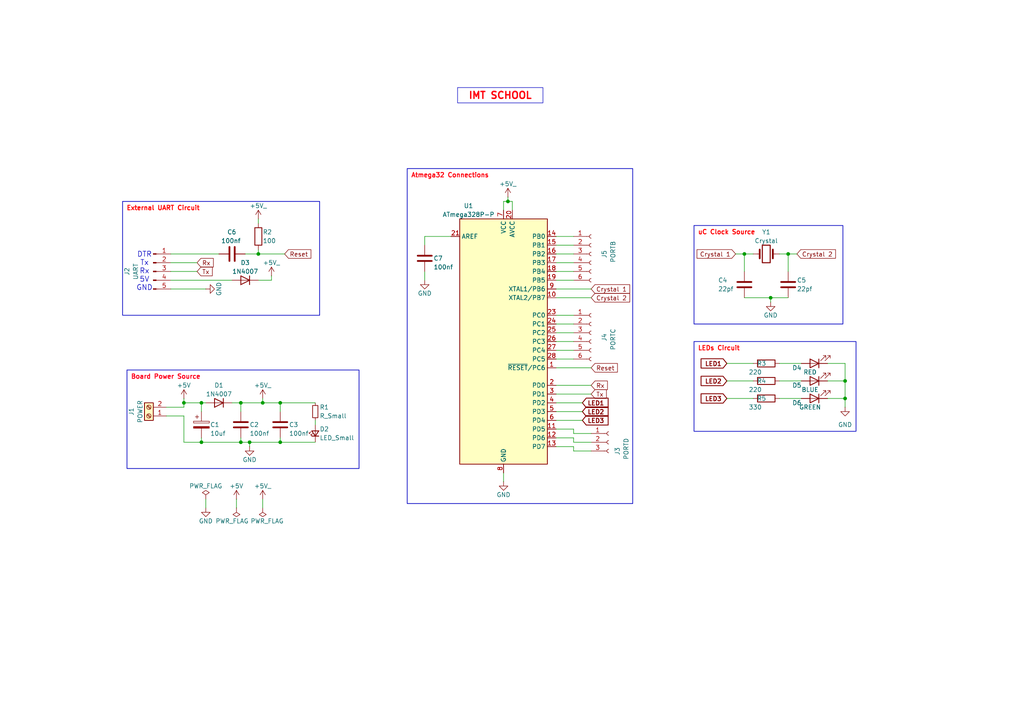
<source format=kicad_sch>
(kicad_sch (version 20231120) (generator "eeschema") (generator_version "8.0")
  (paper "A4")
  (title_block (title "Atmega32 based Board Circuit") (date "2024-12-10") (rev "1.0") (company "IMT SCHOOL"))
  (lib_symbols
    (symbol "Connector:Conn_01x03_Socket" (pin_names (offset 1.016) hide)
      (property "Reference" "J" (at 0 5.08 0))
      (property "Value" "Conn_01x03_Socket" (at 0 -5.08 0))
      (symbol "Conn_01x03_Socket_1_1"
        (arc (start 0 -2.032) (mid -0.5058 -2.54) (end 0 -3.048) (stroke (width 0.1524)))
        (polyline (pts (xy -1.27 -2.54) (xy -0.508 -2.54)) (stroke (width 0.1524)))
        (polyline (pts (xy -1.27 0) (xy -0.508 0)) (stroke (width 0.1524)))
        (polyline (pts (xy -1.27 2.54) (xy -0.508 2.54)) (stroke (width 0.1524)))
        (arc (start 0 0.508) (mid -0.5058 0) (end 0 -0.508) (stroke (width 0.1524)))
        (arc (start 0 3.048) (mid -0.5058 2.54) (end 0 2.032) (stroke (width 0.1524)))
        (pin passive line (at -5.08 2.54 0) (length 3.81) (name "Pin_1") (number "1"))
        (pin passive line (at -5.08 0 0) (length 3.81) (name "Pin_2") (number "2"))
        (pin passive line (at -5.08 -2.54 0) (length 3.81) (name "Pin_3") (number "3"))
      )
    )
    (symbol "Connector:Conn_01x05_Pin" (pin_names (offset 1.016) hide)
      (property "Reference" "J" (at 0 7.62 0))
      (property "Value" "Conn_01x05_Pin" (at 0 -7.62 0))
      (symbol "Conn_01x05_Pin_1_1"
        (polyline (pts (xy 1.27 -5.08) (xy 0.8636 -5.08)) (stroke (width 0.1524)))
        (polyline (pts (xy 1.27 -2.54) (xy 0.8636 -2.54)) (stroke (width 0.1524)))
        (polyline (pts (xy 1.27 0) (xy 0.8636 0)) (stroke (width 0.1524)))
        (polyline (pts (xy 1.27 2.54) (xy 0.8636 2.54)) (stroke (width 0.1524)))
        (polyline (pts (xy 1.27 5.08) (xy 0.8636 5.08)) (stroke (width 0.1524)))
        (rectangle (start 0.8636 -4.953) (end 0 -5.207) (stroke (width 0.1524)) (fill (type outline)))
        (rectangle (start 0.8636 -2.413) (end 0 -2.667) (stroke (width 0.1524)) (fill (type outline)))
        (rectangle (start 0.8636 0.127) (end 0 -0.127) (stroke (width 0.1524)) (fill (type outline)))
        (rectangle (start 0.8636 2.667) (end 0 2.413) (stroke (width 0.1524)) (fill (type outline)))
        (rectangle (start 0.8636 5.207) (end 0 4.953) (stroke (width 0.1524)) (fill (type outline)))
        (pin passive line (at 5.08 5.08 180) (length 3.81) (name "Pin_1") (number "1"))
        (pin passive line (at 5.08 2.54 180) (length 3.81) (name "Pin_2") (number "2"))
        (pin passive line (at 5.08 0 180) (length 3.81) (name "Pin_3") (number "3"))
        (pin passive line (at 5.08 -2.54 180) (length 3.81) (name "Pin_4") (number "4"))
        (pin passive line (at 5.08 -5.08 180) (length 3.81) (name "Pin_5") (number "5"))
      )
    )
    (symbol "Connector:Conn_01x06_Socket" (pin_names (offset 1.016) hide)
      (property "Reference" "J" (at 0 7.62 0))
      (property "Value" "Conn_01x06_Socket" (at 0 -10.16 0))
      (symbol "Conn_01x06_Socket_1_1"
        (arc (start 0 -7.112) (mid -0.5058 -7.62) (end 0 -8.128) (stroke (width 0.1524)))
        (arc (start 0 -4.572) (mid -0.5058 -5.08) (end 0 -5.588) (stroke (width 0.1524)))
        (arc (start 0 -2.032) (mid -0.5058 -2.54) (end 0 -3.048) (stroke (width 0.1524)))
        (polyline (pts (xy -1.27 -7.62) (xy -0.508 -7.62)) (stroke (width 0.1524)))
        (polyline (pts (xy -1.27 -5.08) (xy -0.508 -5.08)) (stroke (width 0.1524)))
        (polyline (pts (xy -1.27 -2.54) (xy -0.508 -2.54)) (stroke (width 0.1524)))
        (polyline (pts (xy -1.27 0) (xy -0.508 0)) (stroke (width 0.1524)))
        (polyline (pts (xy -1.27 2.54) (xy -0.508 2.54)) (stroke (width 0.1524)))
        (polyline (pts (xy -1.27 5.08) (xy -0.508 5.08)) (stroke (width 0.1524)))
        (arc (start 0 0.508) (mid -0.5058 0) (end 0 -0.508) (stroke (width 0.1524)))
        (arc (start 0 3.048) (mid -0.5058 2.54) (end 0 2.032) (stroke (width 0.1524)))
        (arc (start 0 5.588) (mid -0.5058 5.08) (end 0 4.572) (stroke (width 0.1524)))
        (pin passive line (at -5.08 5.08 0) (length 3.81) (name "Pin_1") (number "1"))
        (pin passive line (at -5.08 2.54 0) (length 3.81) (name "Pin_2") (number "2"))
        (pin passive line (at -5.08 0 0) (length 3.81) (name "Pin_3") (number "3"))
        (pin passive line (at -5.08 -2.54 0) (length 3.81) (name "Pin_4") (number "4"))
        (pin passive line (at -5.08 -5.08 0) (length 3.81) (name "Pin_5") (number "5"))
        (pin passive line (at -5.08 -7.62 0) (length 3.81) (name "Pin_6") (number "6"))
      )
    )
    (symbol "Connector:Screw_Terminal_01x02" (pin_names (offset 1.016) hide)
      (property "Reference" "J" (at 0 2.54 0))
      (property "Value" "Screw_Terminal_01x02" (at 0 -5.08 0))
      (symbol "Screw_Terminal_01x02_1_1"
        (rectangle (start -1.27 1.27) (end 1.27 -3.81) (stroke (width 0.254)) (fill (type background)))
        (circle (center 0 -2.54) (radius 0.635) (stroke (width 0.1524)))
        (polyline (pts (xy -0.5334 -2.2098) (xy 0.3302 -3.048)) (stroke (width 0.1524)))
        (polyline (pts (xy -0.5334 0.3302) (xy 0.3302 -0.508)) (stroke (width 0.1524)))
        (polyline (pts (xy -0.3556 -2.032) (xy 0.508 -2.8702)) (stroke (width 0.1524)))
        (polyline (pts (xy -0.3556 0.508) (xy 0.508 -0.3302)) (stroke (width 0.1524)))
        (circle (center 0 0) (radius 0.635) (stroke (width 0.1524)))
        (pin passive line (at -5.08 0 0) (length 3.81) (name "Pin_1") (number "1"))
        (pin passive line (at -5.08 -2.54 0) (length 3.81) (name "Pin_2") (number "2"))
      )
    )
    (symbol "Device:C" (pin_numbers hide) (pin_names (offset 0.254))
      (property "Reference" "C" (at 0.635 2.54 0))
      (property "Value" "C" (at 0.635 -2.54 0))
      (symbol "C_0_1"
        (polyline (pts (xy -2.032 -0.762) (xy 2.032 -0.762)) (stroke (width 0.508)))
        (polyline (pts (xy -2.032 0.762) (xy 2.032 0.762)) (stroke (width 0.508)))
      )
      (symbol "C_1_1"
        (pin passive line (at 0 3.81 270) (length 2.794) (name "~") (number "1"))
        (pin passive line (at 0 -3.81 90) (length 2.794) (name "~") (number "2"))
      )
    )
    (symbol "Device:C_Polarized" (pin_numbers hide) (pin_names (offset 0.254))
      (property "Reference" "C" (at 0.635 2.54 0))
      (property "Value" "C_Polarized" (at 0.635 -2.54 0))
      (symbol "C_Polarized_0_1"
        (rectangle (start -2.286 0.508) (end 2.286 1.016))
        (polyline (pts (xy -1.778 2.286) (xy -0.762 2.286)))
        (polyline (pts (xy -1.27 2.794) (xy -1.27 1.778)))
        (rectangle (start 2.286 -0.508) (end -2.286 -1.016) (fill (type outline)))
      )
      (symbol "C_Polarized_1_1"
        (pin passive line (at 0 3.81 270) (length 2.794) (name "~") (number "1"))
        (pin passive line (at 0 -3.81 90) (length 2.794) (name "~") (number "2"))
      )
    )
    (symbol "Device:Crystal" (pin_numbers hide) (pin_names (offset 1.016) hide)
      (property "Reference" "Y" (at 0 3.81 0))
      (property "Value" "Crystal" (at 0 -3.81 0))
      (symbol "Crystal_0_1"
        (rectangle (start -1.143 2.54) (end 1.143 -2.54) (stroke (width 0.3048)))
        (polyline (pts (xy -2.54 0) (xy -1.905 0)))
        (polyline (pts (xy -1.905 -1.27) (xy -1.905 1.27)) (stroke (width 0.508)))
        (polyline (pts (xy 1.905 -1.27) (xy 1.905 1.27)) (stroke (width 0.508)))
        (polyline (pts (xy 2.54 0) (xy 1.905 0)))
      )
      (symbol "Crystal_1_1"
        (pin passive line (at -3.81 0 0) (length 1.27) (name "1") (number "1"))
        (pin passive line (at 3.81 0 180) (length 1.27) (name "2") (number "2"))
      )
    )
    (symbol "Device:LED" (pin_numbers hide) (pin_names (offset 1.016) hide)
      (property "Reference" "D" (at 0 2.54 0))
      (property "Value" "LED" (at 0 -2.54 0))
      (symbol "LED_0_1"
        (polyline (pts (xy -1.27 -1.27) (xy -1.27 1.27)) (stroke (width 0.254)))
        (polyline (pts (xy -1.27 0) (xy 1.27 0)))
        (polyline (pts (xy 1.27 -1.27) (xy 1.27 1.27) (xy -1.27 0) (xy 1.27 -1.27)) (stroke (width 0.254)))
        (polyline (pts (xy -3.048 -0.762) (xy -4.572 -2.286) (xy -3.81 -2.286) (xy -4.572 -2.286) (xy -4.572 -1.524)))
        (polyline (pts (xy -1.778 -0.762) (xy -3.302 -2.286) (xy -2.54 -2.286) (xy -3.302 -2.286) (xy -3.302 -1.524)))
      )
      (symbol "LED_1_1"
        (pin passive line (at -3.81 0 0) (length 2.54) (name "K") (number "1"))
        (pin passive line (at 3.81 0 180) (length 2.54) (name "A") (number "2"))
      )
    )
    (symbol "Device:LED_Small" (pin_numbers hide) (pin_names (offset 0.254) hide)
      (property "Reference" "D" (at -1.27 3.175 0))
      (property "Value" "LED_Small" (at -4.445 -2.54 0))
      (symbol "LED_Small_0_1"
        (polyline (pts (xy -0.762 -1.016) (xy -0.762 1.016)) (stroke (width 0.254)))
        (polyline (pts (xy 1.016 0) (xy -0.762 0)))
        (polyline (pts (xy 0.762 -1.016) (xy -0.762 0) (xy 0.762 1.016) (xy 0.762 -1.016)) (stroke (width 0.254)))
        (polyline (pts (xy 0 0.762) (xy -0.508 1.27) (xy -0.254 1.27) (xy -0.508 1.27) (xy -0.508 1.016)))
        (polyline (pts (xy 0.508 1.27) (xy 0 1.778) (xy 0.254 1.778) (xy 0 1.778) (xy 0 1.524)))
      )
      (symbol "LED_Small_1_1"
        (pin passive line (at -2.54 0 0) (length 1.778) (name "K") (number "1"))
        (pin passive line (at 2.54 0 180) (length 1.778) (name "A") (number "2"))
      )
    )
    (symbol "Device:R" (pin_numbers hide) (pin_names (offset 0))
      (property "Reference" "R" (at 2.032 0 90))
      (property "Value" "R" (at 0 0 90))
      (symbol "R_0_1"
        (rectangle (start -1.016 -2.54) (end 1.016 2.54) (stroke (width 0.254)))
      )
      (symbol "R_1_1"
        (pin passive line (at 0 3.81 270) (length 1.27) (name "~") (number "1"))
        (pin passive line (at 0 -3.81 90) (length 1.27) (name "~") (number "2"))
      )
    )
    (symbol "Device:R_Small" (pin_numbers hide) (pin_names (offset 0.254) hide)
      (property "Reference" "R" (at 0.762 0.508 0))
      (property "Value" "R_Small" (at 0.762 -1.016 0))
      (symbol "R_Small_0_1"
        (rectangle (start -0.762 1.778) (end 0.762 -1.778) (stroke (width 0.2032)))
      )
      (symbol "R_Small_1_1"
        (pin passive line (at 0 2.54 270) (length 0.762) (name "~") (number "1"))
        (pin passive line (at 0 -2.54 90) (length 0.762) (name "~") (number "2"))
      )
    )
    (symbol "Diode:1N4007" (pin_numbers hide) (pin_names hide)
      (property "Reference" "D" (at 0 2.54 0))
      (property "Value" "1N4007" (at 0 -2.54 0))
      (symbol "1N4007_0_1"
        (polyline (pts (xy -1.27 1.27) (xy -1.27 -1.27)) (stroke (width 0.254)))
        (polyline (pts (xy 1.27 0) (xy -1.27 0)))
        (polyline (pts (xy 1.27 1.27) (xy 1.27 -1.27) (xy -1.27 0) (xy 1.27 1.27)) (stroke (width 0.254)))
      )
      (symbol "1N4007_1_1"
        (pin passive line (at -3.81 0 0) (length 2.54) (name "K") (number "1"))
        (pin passive line (at 3.81 0 180) (length 2.54) (name "A") (number "2"))
      )
    )
    (symbol "MCU_Microchip_ATmega:ATmega328P-P"
      (property "Reference" "U" (at -12.7 36.83 0))
      (property "Value" "ATmega328P-P" (at 2.54 -36.83 0))
      (symbol "ATmega328P-P_0_1"
        (rectangle (start -12.7 -35.56) (end 12.7 35.56) (stroke (width 0.254)) (fill (type background)))
      )
      (symbol "ATmega328P-P_1_1"
        (pin bidirectional line (at 15.24 -7.62 180) (length 2.54) (name "~{RESET}/PC6") (number "1"))
        (pin bidirectional line (at 15.24 12.7 180) (length 2.54) (name "XTAL2/PB7") (number "10"))
        (pin bidirectional line (at 15.24 -25.4 180) (length 2.54) (name "PD5") (number "11"))
        (pin bidirectional line (at 15.24 -27.94 180) (length 2.54) (name "PD6") (number "12"))
        (pin bidirectional line (at 15.24 -30.48 180) (length 2.54) (name "PD7") (number "13"))
        (pin bidirectional line (at 15.24 30.48 180) (length 2.54) (name "PB0") (number "14"))
        (pin bidirectional line (at 15.24 27.94 180) (length 2.54) (name "PB1") (number "15"))
        (pin bidirectional line (at 15.24 25.4 180) (length 2.54) (name "PB2") (number "16"))
        (pin bidirectional line (at 15.24 22.86 180) (length 2.54) (name "PB3") (number "17"))
        (pin bidirectional line (at 15.24 20.32 180) (length 2.54) (name "PB4") (number "18"))
        (pin bidirectional line (at 15.24 17.78 180) (length 2.54) (name "PB5") (number "19"))
        (pin bidirectional line (at 15.24 -12.7 180) (length 2.54) (name "PD0") (number "2"))
        (pin power_in line (at 2.54 38.1 270) (length 2.54) (name "AVCC") (number "20"))
        (pin passive line (at -15.24 30.48 0) (length 2.54) (name "AREF") (number "21"))
        (pin passive line (at 0 -38.1 90) (length 2.54) hide (name "GND") (number "22"))
        (pin bidirectional line (at 15.24 7.62 180) (length 2.54) (name "PC0") (number "23"))
        (pin bidirectional line (at 15.24 5.08 180) (length 2.54) (name "PC1") (number "24"))
        (pin bidirectional line (at 15.24 2.54 180) (length 2.54) (name "PC2") (number "25"))
        (pin bidirectional line (at 15.24 0 180) (length 2.54) (name "PC3") (number "26"))
        (pin bidirectional line (at 15.24 -2.54 180) (length 2.54) (name "PC4") (number "27"))
        (pin bidirectional line (at 15.24 -5.08 180) (length 2.54) (name "PC5") (number "28"))
        (pin bidirectional line (at 15.24 -15.24 180) (length 2.54) (name "PD1") (number "3"))
        (pin bidirectional line (at 15.24 -17.78 180) (length 2.54) (name "PD2") (number "4"))
        (pin bidirectional line (at 15.24 -20.32 180) (length 2.54) (name "PD3") (number "5"))
        (pin bidirectional line (at 15.24 -22.86 180) (length 2.54) (name "PD4") (number "6"))
        (pin power_in line (at 0 38.1 270) (length 2.54) (name "VCC") (number "7"))
        (pin power_in line (at 0 -38.1 90) (length 2.54) (name "GND") (number "8"))
        (pin bidirectional line (at 15.24 15.24 180) (length 2.54) (name "XTAL1/PB6") (number "9"))
      )
    )
    (symbol "power:+5V" (power) (pin_numbers hide) (pin_names (offset 0) hide)
      (property "Value" "+5V" (at 0 3.556 0))
      (symbol "+5V_0_1"
        (polyline (pts (xy -0.762 1.27) (xy 0 2.54)))
        (polyline (pts (xy 0 0) (xy 0 2.54)))
        (polyline (pts (xy 0 2.54) (xy 0.762 1.27)))
      )
      (symbol "+5V_1_1"
        (pin power_in line (at 0 0 90) (length 0) (name "~") (number "1"))
      )
    )
    (symbol "power:GND" (power) (pin_numbers hide) (pin_names (offset 0) hide)
      (property "Value" "GND" (at 0 -3.81 0))
      (symbol "GND_0_1"
        (polyline (pts (xy 0 0) (xy 0 -1.27) (xy 1.27 -1.27) (xy 0 -2.54) (xy -1.27 -1.27) (xy 0 -1.27)))
      )
      (symbol "GND_1_1"
        (pin power_in line (at 0 0 270) (length 0) (name "~") (number "1"))
      )
    )
    (symbol "power:PWR_FLAG" (power) (pin_numbers hide) (pin_names (offset 0) hide)
      (property "Value" "PWR_FLAG" (at 0 3.81 0))
      (symbol "PWR_FLAG_0_0"
        (pin power_out line (at 0 0 90) (length 0) (name "~") (number "1"))
      )
      (symbol "PWR_FLAG_0_1"
        (polyline (pts (xy 0 0) (xy 0 1.27) (xy -1.016 1.905) (xy 0 2.54) (xy 1.016 1.905) (xy 0 1.27)))
      )
    )
  )
  (junction (at 81.28 116.84))
  (junction (at 228.6 73.66))
  (junction (at 69.85 116.84))
  (junction (at 215.9 73.66))
  (junction (at 147.32 58.42))
  (junction (at 58.42 128.27))
  (junction (at 72.39 128.27))
  (junction (at 74.93 73.66))
  (junction (at 245.11 110.49))
  (junction (at 58.42 116.84))
  (junction (at 76.2 116.84))
  (junction (at 81.28 128.27))
  (junction (at 53.34 116.84))
  (junction (at 223.52 86.36))
  (junction (at 69.85 128.27))
  (junction (at 245.11 115.57))
  (wire (pts (xy 161.29 76.2) (xy 166.37 76.2)))
  (wire (pts (xy 68.58 144.78) (xy 68.58 147.32)))
  (wire (pts (xy 213.36 73.66) (xy 215.9 73.66)))
  (wire (pts (xy 166.37 127) (xy 166.37 128.27)))
  (wire (pts (xy 240.03 110.49) (xy 245.11 110.49)))
  (wire (pts (xy 245.11 110.49) (xy 245.11 115.57)))
  (wire (pts (xy 161.29 91.44) (xy 166.37 91.44)))
  (wire (pts (xy 71.12 73.66) (xy 74.93 73.66)))
  (wire (pts (xy 161.29 127) (xy 166.37 127)))
  (wire (pts (xy 215.9 86.36) (xy 223.52 86.36)))
  (wire (pts (xy 161.29 96.52) (xy 166.37 96.52)))
  (wire (pts (xy 161.29 111.76) (xy 171.45 111.76)))
  (wire (pts (xy 161.29 124.46) (xy 166.37 124.46)))
  (wire (pts (xy 166.37 129.54) (xy 166.37 130.81)))
  (wire (pts (xy 49.53 78.74) (xy 57.15 78.74)))
  (wire (pts (xy 240.03 115.57) (xy 245.11 115.57)))
  (wire (pts (xy 49.53 81.28) (xy 67.31 81.28)))
  (wire (pts (xy 123.19 78.74) (xy 123.19 81.28)))
  (wire (pts (xy 161.29 68.58) (xy 166.37 68.58)))
  (wire (pts (xy 58.42 127) (xy 58.42 128.27)))
  (wire (pts (xy 53.34 120.65) (xy 53.34 128.27)))
  (wire (pts (xy 53.34 115.57) (xy 53.34 116.84)))
  (wire (pts (xy 245.11 115.57) (xy 245.11 118.11)))
  (wire (pts (xy 228.6 73.66) (xy 231.14 73.66)))
  (wire (pts (xy 59.69 144.78) (xy 59.69 147.32)))
  (wire (pts (xy 161.29 129.54) (xy 166.37 129.54)))
  (wire (pts (xy 240.03 105.41) (xy 245.11 105.41)))
  (wire (pts (xy 72.39 128.27) (xy 72.39 129.54)))
  (wire (pts (xy 161.29 99.06) (xy 166.37 99.06)))
  (wire (pts (xy 49.53 73.66) (xy 63.5 73.66)))
  (wire (pts (xy 166.37 130.81) (xy 171.45 130.81)))
  (wire (pts (xy 148.59 58.42) (xy 148.59 60.96)))
  (wire (pts (xy 58.42 116.84) (xy 59.69 116.84)))
  (wire (pts (xy 72.39 128.27) (xy 69.85 128.27)))
  (wire (pts (xy 161.29 81.28) (xy 166.37 81.28)))
  (wire (pts (xy 123.19 68.58) (xy 123.19 71.12)))
  (wire (pts (xy 161.29 78.74) (xy 166.37 78.74)))
  (wire (pts (xy 147.32 58.42) (xy 148.59 58.42)))
  (wire (pts (xy 215.9 73.66) (xy 215.9 78.74)))
  (wire (pts (xy 226.06 115.57) (xy 232.41 115.57)))
  (wire (pts (xy 49.53 76.2) (xy 57.15 76.2)))
  (wire (pts (xy 215.9 73.66) (xy 218.44 73.66)))
  (wire (pts (xy 78.74 80.01) (xy 78.74 81.28)))
  (wire (pts (xy 245.11 105.41) (xy 245.11 110.49)))
  (wire (pts (xy 146.05 58.42) (xy 147.32 58.42)))
  (wire (pts (xy 72.39 128.27) (xy 81.28 128.27)))
  (wire (pts (xy 53.34 120.65) (xy 48.26 120.65)))
  (wire (pts (xy 69.85 116.84) (xy 67.31 116.84)))
  (wire (pts (xy 69.85 127) (xy 69.85 128.27)))
  (wire (pts (xy 81.28 127) (xy 81.28 128.27)))
  (wire (pts (xy 223.52 86.36) (xy 228.6 86.36)))
  (wire (pts (xy 58.42 119.38) (xy 58.42 116.84)))
  (wire (pts (xy 69.85 119.38) (xy 69.85 116.84)))
  (wire (pts (xy 161.29 116.84) (xy 168.91 116.84)))
  (wire (pts (xy 226.06 105.41) (xy 232.41 105.41)))
  (wire (pts (xy 161.29 83.82) (xy 171.45 83.82)))
  (wire (pts (xy 228.6 73.66) (xy 228.6 78.74)))
  (wire (pts (xy 74.93 63.5) (xy 74.93 64.77)))
  (wire (pts (xy 161.29 93.98) (xy 166.37 93.98)))
  (wire (pts (xy 81.28 116.84) (xy 91.44 116.84)))
  (wire (pts (xy 146.05 58.42) (xy 146.05 60.96)))
  (wire (pts (xy 48.26 118.11) (xy 53.34 118.11)))
  (wire (pts (xy 161.29 119.38) (xy 168.91 119.38)))
  (wire (pts (xy 210.82 110.49) (xy 218.44 110.49)))
  (wire (pts (xy 49.53 83.82) (xy 59.69 83.82)))
  (wire (pts (xy 226.06 73.66) (xy 228.6 73.66)))
  (wire (pts (xy 74.93 81.28) (xy 78.74 81.28)))
  (wire (pts (xy 53.34 116.84) (xy 58.42 116.84)))
  (wire (pts (xy 53.34 116.84) (xy 53.34 118.11)))
  (wire (pts (xy 166.37 128.27) (xy 171.45 128.27)))
  (wire (pts (xy 161.29 106.68) (xy 171.45 106.68)))
  (wire (pts (xy 161.29 101.6) (xy 166.37 101.6)))
  (wire (pts (xy 76.2 116.84) (xy 81.28 116.84)))
  (wire (pts (xy 226.06 110.49) (xy 232.41 110.49)))
  (wire (pts (xy 74.93 72.39) (xy 74.93 73.66)))
  (wire (pts (xy 161.29 104.14) (xy 166.37 104.14)))
  (wire (pts (xy 166.37 125.73) (xy 171.45 125.73)))
  (wire (pts (xy 147.32 57.15) (xy 147.32 58.42)))
  (wire (pts (xy 91.44 121.92) (xy 91.44 123.19)))
  (wire (pts (xy 161.29 86.36) (xy 171.45 86.36)))
  (wire (pts (xy 76.2 144.78) (xy 76.2 147.32)))
  (wire (pts (xy 210.82 115.57) (xy 218.44 115.57)))
  (wire (pts (xy 76.2 115.57) (xy 76.2 116.84)))
  (wire (pts (xy 166.37 124.46) (xy 166.37 125.73)))
  (wire (pts (xy 161.29 71.12) (xy 166.37 71.12)))
  (wire (pts (xy 161.29 121.92) (xy 168.91 121.92)))
  (wire (pts (xy 161.29 114.3) (xy 171.45 114.3)))
  (wire (pts (xy 81.28 128.27) (xy 91.44 128.27)))
  (wire (pts (xy 161.29 73.66) (xy 166.37 73.66)))
  (wire (pts (xy 81.28 116.84) (xy 81.28 119.38)))
  (wire (pts (xy 69.85 128.27) (xy 58.42 128.27)))
  (wire (pts (xy 146.05 137.16) (xy 146.05 139.7)))
  (wire (pts (xy 123.19 68.58) (xy 130.81 68.58)))
  (wire (pts (xy 223.52 86.36) (xy 223.52 87.63)))
  (wire (pts (xy 74.93 73.66) (xy 82.55 73.66)))
  (wire (pts (xy 210.82 105.41) (xy 218.44 105.41)))
  (wire (pts (xy 58.42 128.27) (xy 53.34 128.27)))
  (wire (pts (xy 69.85 116.84) (xy 76.2 116.84)))
  (text_box "Atmega32 Connections" (at 118.11 48.895 0) (size 65.405 97.155) (stroke (width 0.2)) (effects (font (size 1.3 1.3) (thickness 0.254) (bold yes)) (justify left top)))
  (text_box "IMT SCHOOL" (at 132.715 25.4 0) (size 24.765 4.445) (effects (font (size 2 2) (thickness 0.4) (bold yes))))
  (text_box "uC Clock Source" (at 201.295 65.405 0) (size 43.18 28.575) (stroke (width 0.2)) (effects (font (size 1.3 1.3) (thickness 0.254) (bold yes)) (justify left top)))
  (text_box "External UART Circuit" (at 35.56 58.42 0) (size 57.15 33.02) (stroke (width 0.2)) (effects (font (size 1.3 1.3) (thickness 0.26) (bold yes)) (justify left top)))
  (text_box "Board Power Source" (at 36.83 107.315 0) (size 67.31 28.575) (stroke (width 0.2)) (effects (font (size 1.3 1.3) (thickness 0.254) (bold yes)) (justify left top)))
  (text_box "LEDs Circuit" (at 201.295 99.06 0) (size 46.99 26.035) (stroke (width 0.2)) (effects (font (size 1.3 1.3) (thickness 0.254) (bold yes)) (justify left top)))
  (text "DTR\nTx\nRx\n5V\nGND" (at 41.91 78.74 0) (effects (font (size 1.5 1.5))))
  (global_label "Crystal 1" (shape input) (at 213.36 73.66 180) (property "Intersheetrefs" "${INTERSHEET_REFS}" (effects (hide yes))))
  (global_label "LED3" (shape input) (at 168.91 121.92 0) (effects (font (thickness 0.254) (bold yes))) (property "Intersheetrefs" "${INTERSHEET_REFS}" (effects (hide yes))))
  (global_label "Tx" (shape input) (at 57.15 78.74 0) (property "Intersheetrefs" "${INTERSHEET_REFS}" (effects (hide yes))))
  (global_label "LED3" (shape input) (at 210.82 115.57 180) (effects (font (thickness 0.254) (bold yes))) (property "Intersheetrefs" "${INTERSHEET_REFS}" (effects (hide yes))))
  (global_label "LED2" (shape input) (at 168.91 119.38 0) (effects (font (thickness 0.254) (bold yes))) (property "Intersheetrefs" "${INTERSHEET_REFS}" (effects (hide yes))))
  (global_label "Crystal 2" (shape input) (at 171.45 86.36 0) (property "Intersheetrefs" "${INTERSHEET_REFS}" (effects (hide yes))))
  (global_label "Reset" (shape input) (at 171.45 106.68 0) (property "Intersheetrefs" "${INTERSHEET_REFS}" (effects (hide yes))))
  (global_label "Crystal 1" (shape input) (at 171.45 83.82 0) (property "Intersheetrefs" "${INTERSHEET_REFS}" (effects (hide yes))))
  (global_label "Reset" (shape input) (at 82.55 73.66 0) (property "Intersheetrefs" "${INTERSHEET_REFS}" (effects (hide yes))))
  (global_label "LED1" (shape input) (at 168.91 116.84 0) (effects (font (thickness 0.254) (bold yes))) (property "Intersheetrefs" "${INTERSHEET_REFS}" (effects (hide yes))))
  (global_label "Tx" (shape input) (at 171.45 114.3 0) (property "Intersheetrefs" "${INTERSHEET_REFS}" (effects (hide yes))))
  (global_label "LED2" (shape input) (at 210.82 110.49 180) (effects (font (thickness 0.254) (bold yes))) (property "Intersheetrefs" "${INTERSHEET_REFS}" (effects (hide yes))))
  (global_label "Rx" (shape input) (at 57.15 76.2 0) (property "Intersheetrefs" "${INTERSHEET_REFS}" (effects (hide yes))))
  (global_label "Rx" (shape input) (at 171.45 111.76 0) (property "Intersheetrefs" "${INTERSHEET_REFS}" (effects (hide yes))))
  (global_label "Crystal 2" (shape input) (at 231.14 73.66 0) (property "Intersheetrefs" "${INTERSHEET_REFS}" (effects (hide yes))))
  (global_label "LED1" (shape input) (at 210.82 105.41 180) (effects (font (thickness 0.254) (bold yes))) (property "Intersheetrefs" "${INTERSHEET_REFS}" (effects (hide yes))))
  (symbol (lib_id "Connector:Screw_Terminal_01x02") (at 43.18 120.65 180) (unit 1)
    (property "Reference" "J1" (at 38.1 119.38 90))
    (property "Value" "POWER" (at 40.64 119.38 90))
    (property "Footprint" "TerminalBlock_Phoenix:TerminalBlock_Phoenix_MKDS-1,5-2_1x02_P5.00mm_Horizontal" (effects (hide yes)))
    (property "Description" "Generic screw terminal, single row, 01x02, script generated (kicad-library-utils/schlib/autogen/connector/)" (effects (hide yes)))
  )
  (symbol (lib_id "power:+5V") (at 53.34 115.57 0) (unit 1)
    (property "Reference" "#PWR02" (effects (hide yes)))
    (property "Value" "+5V" (at 53.34 111.76 0))
    (property "Description" "Power symbol creates a global label with name \"+5V\"" (effects (hide yes)))
  )
  (symbol (lib_id "power:GND") (at 123.19 81.28 0) (unit 1)
    (property "Reference" "#PWR011" (effects (hide yes)))
    (property "Value" "GND" (at 123.19 85.09 0))
    (property "Description" "Power symbol creates a global label with name \"GND\" , ground" (effects (hide yes)))
  )
  (symbol (lib_id "Device:C") (at 228.6 82.55 0) (unit 1)
    (property "Reference" "C5" (at 231.14 81.28 0) (effects (justify left)))
    (property "Value" "22pf" (at 231.14 83.82 0) (effects (justify left)))
    (property "Footprint" "Capacitor_THT:C_Disc_D5.0mm_W2.5mm_P2.50mm" (effects (hide yes)))
    (property "Description" "Unpolarized capacitor" (effects (hide yes)))
  )
  (symbol (lib_id "Diode:1N4007") (at 63.5 116.84 180) (unit 1)
    (property "Reference" "D1" (at 63.5 111.76 0))
    (property "Value" "1N4007" (at 63.5 114.3 0))
    (property "Footprint" "Diode_THT:D_DO-41_SOD81_P10.16mm_Horizontal" (effects (hide yes)))
    (property "Datasheet" "http://www.vishay.com/docs/88503/1n4001.pdf" (effects (hide yes)))
    (property "Description" "1000V 1A General Purpose Rectifier Diode, DO-41" (effects (hide yes)))
    (property "Sim.Device" "D" (effects (hide yes)))
    (property "Sim.Pins" "1=K 2=A" (effects (hide yes)))
  )
  (symbol (lib_id "Connector:Conn_01x06_Socket") (at 171.45 96.52 0) (unit 1)
    (property "Reference" "J4" (at 175.26 99.06 90) (effects (justify left)))
    (property "Value" "PORTC" (at 177.8 101.6 90) (effects (justify left)))
    (property "Footprint" "Connector_PinSocket_2.00mm:PinSocket_1x06_P2.00mm_Vertical" (effects (hide yes)))
    (property "Description" "Generic connector, single row, 01x06, script generated" (effects (hide yes)))
  )
  (symbol (lib_id "power:PWR_FLAG") (at 59.69 144.78 0) (unit 1)
    (property "Reference" "#FLG01" (effects (hide yes)))
    (property "Value" "PWR_FLAG" (at 59.69 140.97 0))
    (property "Description" "Special symbol for telling ERC where power comes from" (effects (hide yes)))
  )
  (symbol (lib_id "Device:C") (at 69.85 123.19 0) (unit 1)
    (property "Reference" "C2" (at 72.39 123.19 0) (effects (justify left)))
    (property "Value" "100nf" (at 72.39 125.73 0) (effects (justify left)))
    (property "Footprint" "Capacitor_THT:C_Disc_D5.0mm_W2.5mm_P2.50mm" (effects (hide yes)))
    (property "Description" "Unpolarized capacitor" (effects (hide yes)))
  )
  (symbol (lib_id "power:+5V") (at 78.74 80.01 0) (unit 1)
    (property "Reference" "#PWR08" (effects (hide yes)))
    (property "Value" "+5V_" (at 78.74 76.2 0))
    (property "Description" "Power symbol creates a global label with name \"+5V\"" (effects (hide yes)))
  )
  (symbol (lib_id "power:GND") (at 59.69 83.82 90) (unit 1)
    (property "Reference" "#PWR07" (effects (hide yes)))
    (property "Value" "GND" (at 63.5 83.82 0))
    (property "Description" "Power symbol creates a global label with name \"GND\" , ground" (effects (hide yes)))
  )
  (symbol (lib_id "power:PWR_FLAG") (at 68.58 147.32 180) (unit 1)
    (property "Reference" "#FLG02" (effects (hide yes)))
    (property "Value" "PWR_FLAG" (at 67.31 151.13 0))
    (property "Description" "Special symbol for telling ERC where power comes from" (effects (hide yes)))
  )
  (symbol (lib_id "power:+5V") (at 147.32 57.15 0) (unit 1)
    (property "Reference" "#PWR04" (effects (hide yes)))
    (property "Value" "+5V_" (at 147.32 53.34 0))
    (property "Description" "Power symbol creates a global label with name \"+5V\"" (effects (hide yes)))
  )
  (symbol (lib_id "MCU_Microchip_ATmega:ATmega328P-P") (at 146.05 99.06 0) (unit 1)
    (property "Reference" "U1" (at 135.89 59.69 0))
    (property "Value" "ATmega328P-P" (at 135.89 62.23 0))
    (property "Footprint" "Package_DIP:DIP-28_W7.62mm_Socket" (effects (hide yes)))
    (property "Datasheet" "http://ww1.microchip.com/downloads/en/DeviceDoc/ATmega328_P%20AVR%20MCU%20with%20picoPower%20Technology%20Data%20Sheet%2040001984A.pdf" (effects (hide yes)))
    (property "Description" "20MHz, 32kB Flash, 2kB SRAM, 1kB EEPROM, DIP-28" (effects (hide yes)))
  )
  (symbol (lib_id "Device:C") (at 215.9 82.55 0) (unit 1)
    (property "Reference" "C4" (at 208.28 81.28 0) (effects (justify left)))
    (property "Value" "22pf" (at 208.28 83.82 0) (effects (justify left)))
    (property "Footprint" "Capacitor_THT:C_Disc_D5.0mm_W2.5mm_P2.50mm" (effects (hide yes)))
    (property "Description" "Unpolarized capacitor" (effects (hide yes)))
  )
  (symbol (lib_id "Device:Crystal") (at 222.25 73.66 0) (unit 1)
    (property "Reference" "Y1" (at 222.25 67.31 0))
    (property "Value" "Crystal" (at 222.25 69.85 0))
    (property "Footprint" "Crystal:Crystal_HC49-4H_Vertical" (effects (hide yes)))
    (property "Description" "Two pin crystal" (effects (hide yes)))
  )
  (symbol (lib_id "Device:C") (at 67.31 73.66 90) (unit 1)
    (property "Reference" "C6" (at 68.58 67.31 90) (effects (justify left)))
    (property "Value" "100nf" (at 69.85 69.85 90) (effects (justify left)))
    (property "Footprint" "Capacitor_THT:C_Disc_D5.0mm_W2.5mm_P2.50mm" (effects (hide yes)))
    (property "Description" "Unpolarized capacitor" (effects (hide yes)))
  )
  (symbol (lib_id "Device:R") (at 222.25 105.41 90) (unit 1)
    (property "Reference" "R3" (at 222.25 105.41 90) (effects (justify left)))
    (property "Value" "220" (at 220.98 107.95 90) (effects (justify left)))
    (property "Footprint" "Resistor_THT:R_Axial_DIN0207_L6.3mm_D2.5mm_P10.16mm_Horizontal" (effects (hide yes)))
    (property "Description" "Resistor" (effects (hide yes)))
  )
  (symbol (lib_id "Connector:Conn_01x05_Pin") (at 44.45 78.74 0) (unit 1)
    (property "Reference" "J2" (at 36.83 78.74 90))
    (property "Value" "UART" (at 39.37 78.74 90))
    (property "Footprint" "Connector_PinHeader_2.54mm:PinHeader_1x05_P2.54mm_Vertical" (effects (hide yes)))
    (property "Description" "Generic connector, single row, 01x05, script generated" (effects (hide yes)))
  )
  (symbol (lib_id "Device:R") (at 222.25 115.57 90) (unit 1)
    (property "Reference" "R5" (at 222.25 115.57 90) (effects (justify left)))
    (property "Value" "330" (at 220.98 118.11 90) (effects (justify left)))
    (property "Footprint" "Resistor_THT:R_Axial_DIN0207_L6.3mm_D2.5mm_P10.16mm_Horizontal" (effects (hide yes)))
    (property "Description" "Resistor" (effects (hide yes)))
  )
  (symbol (lib_id "Device:C") (at 123.19 74.93 0) (unit 1)
    (property "Reference" "C7" (at 125.73 74.93 0) (effects (justify left)))
    (property "Value" "100nf" (at 125.73 77.47 0) (effects (justify left)))
    (property "Footprint" "Capacitor_THT:C_Disc_D5.0mm_W2.5mm_P2.50mm" (effects (hide yes)))
    (property "Description" "Unpolarized capacitor" (effects (hide yes)))
  )
  (symbol (lib_id "power:+5V") (at 68.58 144.78 0) (unit 1)
    (property "Reference" "#PWR013" (effects (hide yes)))
    (property "Value" "+5V" (at 68.58 140.97 0))
    (property "Description" "Power symbol creates a global label with name \"+5V\"" (effects (hide yes)))
  )
  (symbol (lib_id "Device:LED") (at 236.22 105.41 180) (unit 1)
    (property "Reference" "D4" (at 231.14 106.68 0))
    (property "Value" "RED" (at 234.95 107.95 0))
    (property "Footprint" "LED_THT:LED_D8.0mm" (effects (hide yes)))
    (property "Description" "Light emitting diode" (effects (hide yes)))
  )
  (symbol (lib_id "power:GND") (at 72.39 129.54 0) (unit 1)
    (property "Reference" "#PWR01" (effects (hide yes)))
    (property "Value" "GND" (at 72.39 133.35 0))
    (property "Description" "Power symbol creates a global label with name \"GND\" , ground" (effects (hide yes)))
  )
  (symbol (lib_id "Device:LED") (at 236.22 115.57 180) (unit 1)
    (property "Reference" "D6" (at 231.14 116.84 0))
    (property "Value" "GREEN" (at 234.95 118.11 0))
    (property "Footprint" "LED_THT:LED_D8.0mm" (effects (hide yes)))
    (property "Description" "Light emitting diode" (effects (hide yes)))
  )
  (symbol (lib_id "Device:LED_Small") (at 91.44 125.73 90) (unit 1)
    (property "Reference" "D2" (at 92.71 124.46 90) (effects (justify right)))
    (property "Value" "LED_Small" (at 92.71 127 90) (effects (justify right)))
    (property "Footprint" "LED_SMD:LED_1206_3216Metric_Pad1.42x1.75mm_HandSolder" (effects (hide yes)))
    (property "Description" "Light emitting diode, small symbol" (effects (hide yes)))
  )
  (symbol (lib_id "Device:C_Polarized") (at 58.42 123.19 0) (unit 1)
    (property "Reference" "C1" (at 60.96 123.19 0) (effects (justify left)))
    (property "Value" "10uf" (at 60.96 125.73 0) (effects (justify left)))
    (property "Footprint" "Capacitor_THT:CP_Radial_D5.0mm_P2.50mm" (effects (hide yes)))
    (property "Description" "Polarized capacitor" (effects (hide yes)))
  )
  (symbol (lib_id "Device:LED") (at 236.22 110.49 180) (unit 1)
    (property "Reference" "D5" (at 231.14 111.76 0))
    (property "Value" "BLUE" (at 234.95 113.03 0))
    (property "Footprint" "LED_THT:LED_D8.0mm" (effects (hide yes)))
    (property "Description" "Light emitting diode" (effects (hide yes)))
  )
  (symbol (lib_id "power:GND") (at 59.69 147.32 0) (unit 1)
    (property "Reference" "#PWR012" (effects (hide yes)))
    (property "Value" "GND" (at 59.69 151.13 0))
    (property "Description" "Power symbol creates a global label with name \"GND\" , ground" (effects (hide yes)))
  )
  (symbol (lib_id "Device:C") (at 81.28 123.19 0) (unit 1)
    (property "Reference" "C3" (at 83.82 123.19 0) (effects (justify left)))
    (property "Value" "100nf" (at 83.82 125.73 0) (effects (justify left)))
    (property "Footprint" "Capacitor_THT:C_Disc_D5.0mm_W2.5mm_P2.50mm" (effects (hide yes)))
    (property "Description" "Unpolarized capacitor" (effects (hide yes)))
  )
  (symbol (lib_id "Device:R") (at 222.25 110.49 90) (unit 1)
    (property "Reference" "R4" (at 222.25 110.49 90) (effects (justify left)))
    (property "Value" "220" (at 220.98 113.03 90) (effects (justify left)))
    (property "Footprint" "Resistor_THT:R_Axial_DIN0207_L6.3mm_D2.5mm_P10.16mm_Horizontal" (effects (hide yes)))
    (property "Description" "Resistor" (effects (hide yes)))
  )
  (symbol (lib_id "power:GND") (at 245.11 118.11 0) (unit 1)
    (property "Reference" "#PWR010" (effects (hide yes)))
    (property "Value" "GND" (at 245.11 123.19 0))
    (property "Description" "Power symbol creates a global label with name \"GND\" , ground" (effects (hide yes)))
  )
  (symbol (lib_id "power:GND") (at 146.05 139.7 0) (unit 1)
    (property "Reference" "#PWR09" (effects (hide yes)))
    (property "Value" "GND" (at 146.05 143.51 0))
    (property "Description" "Power symbol creates a global label with name \"GND\" , ground" (effects (hide yes)))
  )
  (symbol (lib_id "Connector:Conn_01x03_Socket") (at 176.53 128.27 0) (unit 1)
    (property "Reference" "J3" (at 179.07 132.08 90) (effects (justify left)))
    (property "Value" "PORTD" (at 181.61 133.35 90) (effects (justify left)))
    (property "Footprint" "Connector_PinSocket_2.00mm:PinSocket_1x03_P2.00mm_Vertical" (effects (hide yes)))
    (property "Description" "Generic connector, single row, 01x03, script generated" (effects (hide yes)))
  )
  (symbol (lib_id "Diode:1N4007") (at 71.12 81.28 180) (unit 1)
    (property "Reference" "D3" (at 71.12 76.2 0))
    (property "Value" "1N4007" (at 71.12 78.74 0))
    (property "Footprint" "Diode_THT:D_DO-41_SOD81_P10.16mm_Horizontal" (effects (hide yes)))
    (property "Datasheet" "http://www.vishay.com/docs/88503/1n4001.pdf" (effects (hide yes)))
    (property "Description" "1000V 1A General Purpose Rectifier Diode, DO-41" (effects (hide yes)))
    (property "Sim.Device" "D" (effects (hide yes)))
    (property "Sim.Pins" "1=K 2=A" (effects (hide yes)))
  )
  (symbol (lib_id "Device:R_Small") (at 91.44 119.38 0) (unit 1)
    (property "Reference" "R1" (at 92.71 118.11 0) (effects (justify left)))
    (property "Value" "R_Small" (at 92.71 120.65 0) (effects (justify left)))
    (property "Footprint" "Resistor_SMD:R_1206_3216Metric_Pad1.30x1.75mm_HandSolder" (effects (hide yes)))
    (property "Description" "Resistor, small symbol" (effects (hide yes)))
  )
  (symbol (lib_id "power:+5V") (at 74.93 63.5 0) (unit 1)
    (property "Reference" "#PWR06" (effects (hide yes)))
    (property "Value" "+5V_" (at 74.93 59.69 0))
    (property "Description" "Power symbol creates a global label with name \"+5V\"" (effects (hide yes)))
  )
  (symbol (lib_id "Device:R") (at 74.93 68.58 0) (unit 1)
    (property "Reference" "R2" (at 76.2 67.31 0) (effects (justify left)))
    (property "Value" "100" (at 76.2 69.85 0) (effects (justify left)))
    (property "Footprint" "Resistor_THT:R_Axial_DIN0207_L6.3mm_D2.5mm_P10.16mm_Horizontal" (effects (hide yes)))
    (property "Description" "Resistor" (effects (hide yes)))
  )
  (symbol (lib_id "power:+5V") (at 76.2 115.57 0) (unit 1)
    (property "Reference" "#PWR014" (effects (hide yes)))
    (property "Value" "+5V_" (at 76.2 111.76 0))
    (property "Description" "Power symbol creates a global label with name \"+5V\"" (effects (hide yes)))
  )
  (symbol (lib_id "Connector:Conn_01x06_Socket") (at 171.45 73.66 0) (unit 1)
    (property "Reference" "J5" (at 175.26 74.93 90) (effects (justify left)))
    (property "Value" "PORTB" (at 177.8 76.2 90) (effects (justify left)))
    (property "Footprint" "Connector_PinSocket_2.00mm:PinSocket_1x06_P2.00mm_Vertical" (effects (hide yes)))
    (property "Description" "Generic connector, single row, 01x06, script generated" (effects (hide yes)))
  )
  (symbol (lib_id "power:GND") (at 223.52 87.63 0) (unit 1)
    (property "Reference" "#PWR05" (effects (hide yes)))
    (property "Value" "GND" (at 223.52 91.44 0))
    (property "Description" "Power symbol creates a global label with name \"GND\" , ground" (effects (hide yes)))
  )
  (symbol (lib_id "power:PWR_FLAG") (at 76.2 147.32 180) (unit 1)
    (property "Reference" "#FLG03" (effects (hide yes)))
    (property "Value" "PWR_FLAG" (at 77.47 151.13 0))
    (property "Description" "Special symbol for telling ERC where power comes from" (effects (hide yes)))
  )
  (symbol (lib_id "power:+5V") (at 76.2 144.78 0) (unit 1)
    (property "Reference" "#PWR03" (effects (hide yes)))
    (property "Value" "+5V_" (at 76.2 140.97 0))
    (property "Description" "Power symbol creates a global label with name \"+5V\"" (effects (hide yes)))
  )
)
</source>
